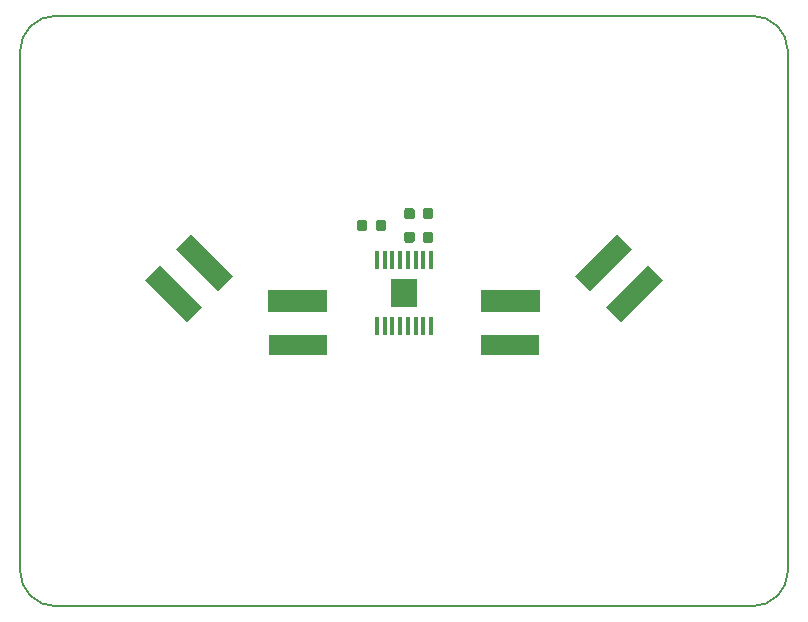
<source format=gbr>
G04 #@! TF.GenerationSoftware,KiCad,Pcbnew,(5.1.5-0)*
G04 #@! TF.CreationDate,2021-01-19T14:56:57-08:00*
G04 #@! TF.ProjectId,Luminometer_RPi,4c756d69-6e6f-46d6-9574-65725f525069,rev?*
G04 #@! TF.SameCoordinates,Original*
G04 #@! TF.FileFunction,Paste,Top*
G04 #@! TF.FilePolarity,Positive*
%FSLAX46Y46*%
G04 Gerber Fmt 4.6, Leading zero omitted, Abs format (unit mm)*
G04 Created by KiCad (PCBNEW (5.1.5-0)) date 2021-01-19 14:56:57*
%MOMM*%
%LPD*%
G04 APERTURE LIST*
%ADD10C,0.150000*%
%ADD11R,0.300000X1.600000*%
%ADD12R,2.310000X2.460000*%
%ADD13C,0.100000*%
%ADD14R,5.000000X1.800000*%
G04 APERTURE END LIST*
D10*
X109500000Y-111500000D02*
G75*
G02X106500000Y-108500000I0J3000000D01*
G01*
X171500000Y-108500000D02*
G75*
G02X168500000Y-111500000I-3000000J0D01*
G01*
X168500000Y-61500000D02*
G75*
G02X171500000Y-64500000I0J-3000000D01*
G01*
X106500000Y-64500000D02*
G75*
G02X109500000Y-61500000I3000000J0D01*
G01*
X106500000Y-108500000D02*
X106500000Y-64500000D01*
X168500000Y-111500000D02*
X109500000Y-111500000D01*
X171500000Y-64500000D02*
X171500000Y-108500000D01*
X109500000Y-61500000D02*
X168500000Y-61500000D01*
D11*
X137375000Y-82200000D03*
X138025000Y-82200000D03*
X138675000Y-82200000D03*
X139325000Y-82200000D03*
X139975000Y-82200000D03*
X140625000Y-82200000D03*
X141275000Y-82200000D03*
X141275000Y-87800000D03*
X140625000Y-87800000D03*
X139975000Y-87800000D03*
X139325000Y-87800000D03*
X138675000Y-87800000D03*
X138025000Y-87800000D03*
X137375000Y-87800000D03*
X136725000Y-82200000D03*
D12*
X139000000Y-85000000D03*
D11*
X136725000Y-87800000D03*
D13*
G36*
X132500000Y-86550000D02*
G01*
X127500000Y-86550000D01*
X127500000Y-84750000D01*
X132500000Y-84750000D01*
X132500000Y-86550000D01*
G37*
D14*
X130000000Y-89350000D03*
D13*
G36*
X123247519Y-84788015D02*
G01*
X119711985Y-81252481D01*
X120984777Y-79979689D01*
X124520311Y-83515223D01*
X123247519Y-84788015D01*
G37*
G36*
X117095689Y-83868777D02*
G01*
X118368481Y-82595985D01*
X121904015Y-86131519D01*
X120631223Y-87404311D01*
X117095689Y-83868777D01*
G37*
G36*
X158288015Y-81252481D02*
G01*
X154752481Y-84788015D01*
X153479689Y-83515223D01*
X157015223Y-79979689D01*
X158288015Y-81252481D01*
G37*
G36*
X157368777Y-87404311D02*
G01*
X156095985Y-86131519D01*
X159631519Y-82595985D01*
X160904311Y-83868777D01*
X157368777Y-87404311D01*
G37*
G36*
X150500000Y-86550000D02*
G01*
X145500000Y-86550000D01*
X145500000Y-84750000D01*
X150500000Y-84750000D01*
X150500000Y-86550000D01*
G37*
D14*
X148000000Y-89350000D03*
D13*
G36*
X139702691Y-77776053D02*
G01*
X139723926Y-77779203D01*
X139744750Y-77784419D01*
X139764962Y-77791651D01*
X139784368Y-77800830D01*
X139802781Y-77811866D01*
X139820024Y-77824654D01*
X139835930Y-77839070D01*
X139850346Y-77854976D01*
X139863134Y-77872219D01*
X139874170Y-77890632D01*
X139883349Y-77910038D01*
X139890581Y-77930250D01*
X139895797Y-77951074D01*
X139898947Y-77972309D01*
X139900000Y-77993750D01*
X139900000Y-78506250D01*
X139898947Y-78527691D01*
X139895797Y-78548926D01*
X139890581Y-78569750D01*
X139883349Y-78589962D01*
X139874170Y-78609368D01*
X139863134Y-78627781D01*
X139850346Y-78645024D01*
X139835930Y-78660930D01*
X139820024Y-78675346D01*
X139802781Y-78688134D01*
X139784368Y-78699170D01*
X139764962Y-78708349D01*
X139744750Y-78715581D01*
X139723926Y-78720797D01*
X139702691Y-78723947D01*
X139681250Y-78725000D01*
X139243750Y-78725000D01*
X139222309Y-78723947D01*
X139201074Y-78720797D01*
X139180250Y-78715581D01*
X139160038Y-78708349D01*
X139140632Y-78699170D01*
X139122219Y-78688134D01*
X139104976Y-78675346D01*
X139089070Y-78660930D01*
X139074654Y-78645024D01*
X139061866Y-78627781D01*
X139050830Y-78609368D01*
X139041651Y-78589962D01*
X139034419Y-78569750D01*
X139029203Y-78548926D01*
X139026053Y-78527691D01*
X139025000Y-78506250D01*
X139025000Y-77993750D01*
X139026053Y-77972309D01*
X139029203Y-77951074D01*
X139034419Y-77930250D01*
X139041651Y-77910038D01*
X139050830Y-77890632D01*
X139061866Y-77872219D01*
X139074654Y-77854976D01*
X139089070Y-77839070D01*
X139104976Y-77824654D01*
X139122219Y-77811866D01*
X139140632Y-77800830D01*
X139160038Y-77791651D01*
X139180250Y-77784419D01*
X139201074Y-77779203D01*
X139222309Y-77776053D01*
X139243750Y-77775000D01*
X139681250Y-77775000D01*
X139702691Y-77776053D01*
G37*
G36*
X141277691Y-77776053D02*
G01*
X141298926Y-77779203D01*
X141319750Y-77784419D01*
X141339962Y-77791651D01*
X141359368Y-77800830D01*
X141377781Y-77811866D01*
X141395024Y-77824654D01*
X141410930Y-77839070D01*
X141425346Y-77854976D01*
X141438134Y-77872219D01*
X141449170Y-77890632D01*
X141458349Y-77910038D01*
X141465581Y-77930250D01*
X141470797Y-77951074D01*
X141473947Y-77972309D01*
X141475000Y-77993750D01*
X141475000Y-78506250D01*
X141473947Y-78527691D01*
X141470797Y-78548926D01*
X141465581Y-78569750D01*
X141458349Y-78589962D01*
X141449170Y-78609368D01*
X141438134Y-78627781D01*
X141425346Y-78645024D01*
X141410930Y-78660930D01*
X141395024Y-78675346D01*
X141377781Y-78688134D01*
X141359368Y-78699170D01*
X141339962Y-78708349D01*
X141319750Y-78715581D01*
X141298926Y-78720797D01*
X141277691Y-78723947D01*
X141256250Y-78725000D01*
X140818750Y-78725000D01*
X140797309Y-78723947D01*
X140776074Y-78720797D01*
X140755250Y-78715581D01*
X140735038Y-78708349D01*
X140715632Y-78699170D01*
X140697219Y-78688134D01*
X140679976Y-78675346D01*
X140664070Y-78660930D01*
X140649654Y-78645024D01*
X140636866Y-78627781D01*
X140625830Y-78609368D01*
X140616651Y-78589962D01*
X140609419Y-78569750D01*
X140604203Y-78548926D01*
X140601053Y-78527691D01*
X140600000Y-78506250D01*
X140600000Y-77993750D01*
X140601053Y-77972309D01*
X140604203Y-77951074D01*
X140609419Y-77930250D01*
X140616651Y-77910038D01*
X140625830Y-77890632D01*
X140636866Y-77872219D01*
X140649654Y-77854976D01*
X140664070Y-77839070D01*
X140679976Y-77824654D01*
X140697219Y-77811866D01*
X140715632Y-77800830D01*
X140735038Y-77791651D01*
X140755250Y-77784419D01*
X140776074Y-77779203D01*
X140797309Y-77776053D01*
X140818750Y-77775000D01*
X141256250Y-77775000D01*
X141277691Y-77776053D01*
G37*
G36*
X137277691Y-78776053D02*
G01*
X137298926Y-78779203D01*
X137319750Y-78784419D01*
X137339962Y-78791651D01*
X137359368Y-78800830D01*
X137377781Y-78811866D01*
X137395024Y-78824654D01*
X137410930Y-78839070D01*
X137425346Y-78854976D01*
X137438134Y-78872219D01*
X137449170Y-78890632D01*
X137458349Y-78910038D01*
X137465581Y-78930250D01*
X137470797Y-78951074D01*
X137473947Y-78972309D01*
X137475000Y-78993750D01*
X137475000Y-79506250D01*
X137473947Y-79527691D01*
X137470797Y-79548926D01*
X137465581Y-79569750D01*
X137458349Y-79589962D01*
X137449170Y-79609368D01*
X137438134Y-79627781D01*
X137425346Y-79645024D01*
X137410930Y-79660930D01*
X137395024Y-79675346D01*
X137377781Y-79688134D01*
X137359368Y-79699170D01*
X137339962Y-79708349D01*
X137319750Y-79715581D01*
X137298926Y-79720797D01*
X137277691Y-79723947D01*
X137256250Y-79725000D01*
X136818750Y-79725000D01*
X136797309Y-79723947D01*
X136776074Y-79720797D01*
X136755250Y-79715581D01*
X136735038Y-79708349D01*
X136715632Y-79699170D01*
X136697219Y-79688134D01*
X136679976Y-79675346D01*
X136664070Y-79660930D01*
X136649654Y-79645024D01*
X136636866Y-79627781D01*
X136625830Y-79609368D01*
X136616651Y-79589962D01*
X136609419Y-79569750D01*
X136604203Y-79548926D01*
X136601053Y-79527691D01*
X136600000Y-79506250D01*
X136600000Y-78993750D01*
X136601053Y-78972309D01*
X136604203Y-78951074D01*
X136609419Y-78930250D01*
X136616651Y-78910038D01*
X136625830Y-78890632D01*
X136636866Y-78872219D01*
X136649654Y-78854976D01*
X136664070Y-78839070D01*
X136679976Y-78824654D01*
X136697219Y-78811866D01*
X136715632Y-78800830D01*
X136735038Y-78791651D01*
X136755250Y-78784419D01*
X136776074Y-78779203D01*
X136797309Y-78776053D01*
X136818750Y-78775000D01*
X137256250Y-78775000D01*
X137277691Y-78776053D01*
G37*
G36*
X135702691Y-78776053D02*
G01*
X135723926Y-78779203D01*
X135744750Y-78784419D01*
X135764962Y-78791651D01*
X135784368Y-78800830D01*
X135802781Y-78811866D01*
X135820024Y-78824654D01*
X135835930Y-78839070D01*
X135850346Y-78854976D01*
X135863134Y-78872219D01*
X135874170Y-78890632D01*
X135883349Y-78910038D01*
X135890581Y-78930250D01*
X135895797Y-78951074D01*
X135898947Y-78972309D01*
X135900000Y-78993750D01*
X135900000Y-79506250D01*
X135898947Y-79527691D01*
X135895797Y-79548926D01*
X135890581Y-79569750D01*
X135883349Y-79589962D01*
X135874170Y-79609368D01*
X135863134Y-79627781D01*
X135850346Y-79645024D01*
X135835930Y-79660930D01*
X135820024Y-79675346D01*
X135802781Y-79688134D01*
X135784368Y-79699170D01*
X135764962Y-79708349D01*
X135744750Y-79715581D01*
X135723926Y-79720797D01*
X135702691Y-79723947D01*
X135681250Y-79725000D01*
X135243750Y-79725000D01*
X135222309Y-79723947D01*
X135201074Y-79720797D01*
X135180250Y-79715581D01*
X135160038Y-79708349D01*
X135140632Y-79699170D01*
X135122219Y-79688134D01*
X135104976Y-79675346D01*
X135089070Y-79660930D01*
X135074654Y-79645024D01*
X135061866Y-79627781D01*
X135050830Y-79609368D01*
X135041651Y-79589962D01*
X135034419Y-79569750D01*
X135029203Y-79548926D01*
X135026053Y-79527691D01*
X135025000Y-79506250D01*
X135025000Y-78993750D01*
X135026053Y-78972309D01*
X135029203Y-78951074D01*
X135034419Y-78930250D01*
X135041651Y-78910038D01*
X135050830Y-78890632D01*
X135061866Y-78872219D01*
X135074654Y-78854976D01*
X135089070Y-78839070D01*
X135104976Y-78824654D01*
X135122219Y-78811866D01*
X135140632Y-78800830D01*
X135160038Y-78791651D01*
X135180250Y-78784419D01*
X135201074Y-78779203D01*
X135222309Y-78776053D01*
X135243750Y-78775000D01*
X135681250Y-78775000D01*
X135702691Y-78776053D01*
G37*
G36*
X139702691Y-79776053D02*
G01*
X139723926Y-79779203D01*
X139744750Y-79784419D01*
X139764962Y-79791651D01*
X139784368Y-79800830D01*
X139802781Y-79811866D01*
X139820024Y-79824654D01*
X139835930Y-79839070D01*
X139850346Y-79854976D01*
X139863134Y-79872219D01*
X139874170Y-79890632D01*
X139883349Y-79910038D01*
X139890581Y-79930250D01*
X139895797Y-79951074D01*
X139898947Y-79972309D01*
X139900000Y-79993750D01*
X139900000Y-80506250D01*
X139898947Y-80527691D01*
X139895797Y-80548926D01*
X139890581Y-80569750D01*
X139883349Y-80589962D01*
X139874170Y-80609368D01*
X139863134Y-80627781D01*
X139850346Y-80645024D01*
X139835930Y-80660930D01*
X139820024Y-80675346D01*
X139802781Y-80688134D01*
X139784368Y-80699170D01*
X139764962Y-80708349D01*
X139744750Y-80715581D01*
X139723926Y-80720797D01*
X139702691Y-80723947D01*
X139681250Y-80725000D01*
X139243750Y-80725000D01*
X139222309Y-80723947D01*
X139201074Y-80720797D01*
X139180250Y-80715581D01*
X139160038Y-80708349D01*
X139140632Y-80699170D01*
X139122219Y-80688134D01*
X139104976Y-80675346D01*
X139089070Y-80660930D01*
X139074654Y-80645024D01*
X139061866Y-80627781D01*
X139050830Y-80609368D01*
X139041651Y-80589962D01*
X139034419Y-80569750D01*
X139029203Y-80548926D01*
X139026053Y-80527691D01*
X139025000Y-80506250D01*
X139025000Y-79993750D01*
X139026053Y-79972309D01*
X139029203Y-79951074D01*
X139034419Y-79930250D01*
X139041651Y-79910038D01*
X139050830Y-79890632D01*
X139061866Y-79872219D01*
X139074654Y-79854976D01*
X139089070Y-79839070D01*
X139104976Y-79824654D01*
X139122219Y-79811866D01*
X139140632Y-79800830D01*
X139160038Y-79791651D01*
X139180250Y-79784419D01*
X139201074Y-79779203D01*
X139222309Y-79776053D01*
X139243750Y-79775000D01*
X139681250Y-79775000D01*
X139702691Y-79776053D01*
G37*
G36*
X141277691Y-79776053D02*
G01*
X141298926Y-79779203D01*
X141319750Y-79784419D01*
X141339962Y-79791651D01*
X141359368Y-79800830D01*
X141377781Y-79811866D01*
X141395024Y-79824654D01*
X141410930Y-79839070D01*
X141425346Y-79854976D01*
X141438134Y-79872219D01*
X141449170Y-79890632D01*
X141458349Y-79910038D01*
X141465581Y-79930250D01*
X141470797Y-79951074D01*
X141473947Y-79972309D01*
X141475000Y-79993750D01*
X141475000Y-80506250D01*
X141473947Y-80527691D01*
X141470797Y-80548926D01*
X141465581Y-80569750D01*
X141458349Y-80589962D01*
X141449170Y-80609368D01*
X141438134Y-80627781D01*
X141425346Y-80645024D01*
X141410930Y-80660930D01*
X141395024Y-80675346D01*
X141377781Y-80688134D01*
X141359368Y-80699170D01*
X141339962Y-80708349D01*
X141319750Y-80715581D01*
X141298926Y-80720797D01*
X141277691Y-80723947D01*
X141256250Y-80725000D01*
X140818750Y-80725000D01*
X140797309Y-80723947D01*
X140776074Y-80720797D01*
X140755250Y-80715581D01*
X140735038Y-80708349D01*
X140715632Y-80699170D01*
X140697219Y-80688134D01*
X140679976Y-80675346D01*
X140664070Y-80660930D01*
X140649654Y-80645024D01*
X140636866Y-80627781D01*
X140625830Y-80609368D01*
X140616651Y-80589962D01*
X140609419Y-80569750D01*
X140604203Y-80548926D01*
X140601053Y-80527691D01*
X140600000Y-80506250D01*
X140600000Y-79993750D01*
X140601053Y-79972309D01*
X140604203Y-79951074D01*
X140609419Y-79930250D01*
X140616651Y-79910038D01*
X140625830Y-79890632D01*
X140636866Y-79872219D01*
X140649654Y-79854976D01*
X140664070Y-79839070D01*
X140679976Y-79824654D01*
X140697219Y-79811866D01*
X140715632Y-79800830D01*
X140735038Y-79791651D01*
X140755250Y-79784419D01*
X140776074Y-79779203D01*
X140797309Y-79776053D01*
X140818750Y-79775000D01*
X141256250Y-79775000D01*
X141277691Y-79776053D01*
G37*
M02*

</source>
